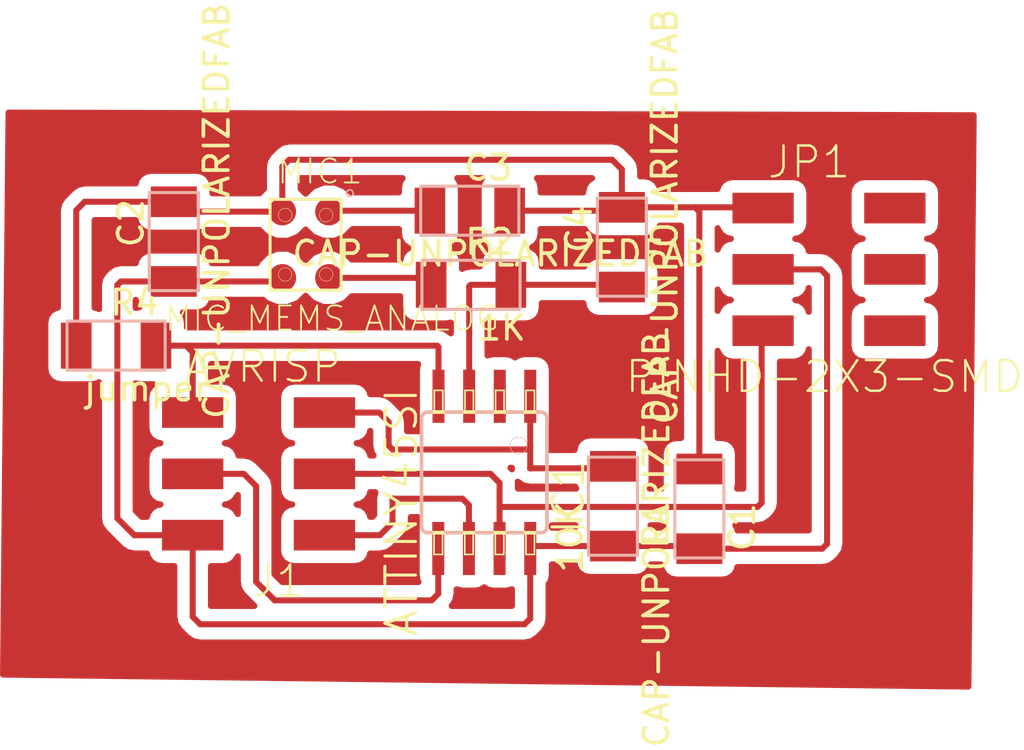
<source format=kicad_pcb>
(kicad_pcb (version 4) (host pcbnew 4.0.5)

  (general
    (links 25)
    (no_connects 1)
    (area 124.61 85.01819 167.215001 116.251809)
    (thickness 1.6)
    (drawings 0)
    (tracks 86)
    (zones 0)
    (modules 11)
    (nets 14)
  )

  (page A4)
  (layers
    (0 F.Cu signal)
    (31 B.Cu signal)
    (32 B.Adhes user)
    (33 F.Adhes user)
    (34 B.Paste user)
    (35 F.Paste user)
    (36 B.SilkS user)
    (37 F.SilkS user)
    (38 B.Mask user)
    (39 F.Mask user)
    (40 Dwgs.User user)
    (41 Cmts.User user)
    (42 Eco1.User user)
    (43 Eco2.User user)
    (44 Edge.Cuts user)
    (45 Margin user)
    (46 B.CrtYd user)
    (47 F.CrtYd user)
    (48 B.Fab user)
    (49 F.Fab user)
  )

  (setup
    (last_trace_width 0.25)
    (trace_clearance 0.2)
    (zone_clearance 0.508)
    (zone_45_only no)
    (trace_min 0.2)
    (segment_width 0.2)
    (edge_width 0.1)
    (via_size 0.6)
    (via_drill 0.4)
    (via_min_size 0.4)
    (via_min_drill 0.3)
    (uvia_size 0.3)
    (uvia_drill 0.1)
    (uvias_allowed no)
    (uvia_min_size 0.2)
    (uvia_min_drill 0.1)
    (pcb_text_width 0.3)
    (pcb_text_size 1.5 1.5)
    (mod_edge_width 0.15)
    (mod_text_size 1 1)
    (mod_text_width 0.15)
    (pad_size 1.5 1.5)
    (pad_drill 0.6)
    (pad_to_mask_clearance 0)
    (aux_axis_origin 0 0)
    (visible_elements FFFFFF7F)
    (pcbplotparams
      (layerselection 0x00030_80000001)
      (usegerberextensions false)
      (excludeedgelayer true)
      (linewidth 0.100000)
      (plotframeref false)
      (viasonmask false)
      (mode 1)
      (useauxorigin false)
      (hpglpennumber 1)
      (hpglpenspeed 20)
      (hpglpendiameter 15)
      (hpglpenoverlay 2)
      (psnegative false)
      (psa4output false)
      (plotreference true)
      (plotvalue true)
      (plotinvisibletext false)
      (padsonsilk false)
      (subtractmaskfromsilk false)
      (outputformat 1)
      (mirror false)
      (drillshape 1)
      (scaleselection 1)
      (outputdirectory ""))
  )

  (net 0 "")
  (net 1 Earth)
  (net 2 VCC)
  (net 3 "Net-(C3-Pad1)")
  (net 4 "Net-(C4-Pad1)")
  (net 5 "Net-(IC1-Pad1)")
  (net 6 "Net-(IC1-Pad2)")
  (net 7 "Net-(IC1-Pad5)")
  (net 8 "Net-(IC1-Pad6)")
  (net 9 "Net-(IC1-Pad7)")
  (net 10 "Net-(JP1-Pad2)")
  (net 11 "Net-(JP1-Pad4)")
  (net 12 "Net-(JP1-Pad6)")
  (net 13 "Net-(MIC1-Pad2)")

  (net_class Default "This is the default net class."
    (clearance 0.2)
    (trace_width 0.25)
    (via_dia 0.6)
    (via_drill 0.4)
    (uvia_dia 0.3)
    (uvia_drill 0.1)
    (add_net Earth)
    (add_net "Net-(C3-Pad1)")
    (add_net "Net-(C4-Pad1)")
    (add_net "Net-(IC1-Pad1)")
    (add_net "Net-(IC1-Pad2)")
    (add_net "Net-(IC1-Pad5)")
    (add_net "Net-(IC1-Pad6)")
    (add_net "Net-(IC1-Pad7)")
    (add_net "Net-(JP1-Pad2)")
    (add_net "Net-(JP1-Pad4)")
    (add_net "Net-(JP1-Pad6)")
    (add_net "Net-(MIC1-Pad2)")
    (add_net VCC)
  )

  (module fab:fab-C1206FAB (layer F.Cu) (tedit 200000) (tstamp 5942CD90)
    (at 153.58 106.17 270)
    (path /591EB953)
    (attr smd)
    (fp_text reference C1 (at 0.762 -1.778 270) (layer F.SilkS)
      (effects (font (size 1.016 1.016) (thickness 0.1524)))
    )
    (fp_text value CAP-UNPOLARIZEDFAB (at 1.27 1.778 270) (layer F.SilkS)
      (effects (font (size 1.016 1.016) (thickness 0.1524)))
    )
    (fp_line (start -2.032 -1.016) (end 2.032 -1.016) (layer B.SilkS) (width 0.127))
    (fp_line (start 2.032 -1.016) (end 2.032 1.016) (layer B.SilkS) (width 0.127))
    (fp_line (start 2.032 1.016) (end -2.032 1.016) (layer B.SilkS) (width 0.127))
    (fp_line (start -2.032 1.016) (end -2.032 -1.016) (layer B.SilkS) (width 0.127))
    (pad 1 smd rect (at -1.651 0 270) (size 1.27 1.905) (layers F.Cu F.Paste F.Mask)
      (net 1 Earth))
    (pad 2 smd rect (at 1.651 0 270) (size 1.27 1.905) (layers F.Cu F.Paste F.Mask)
      (net 2 VCC))
  )

  (module fab:fab-C1206FAB (layer F.Cu) (tedit 200000) (tstamp 5942CD9A)
    (at 131.81 95.1 90)
    (path /591EB8CE)
    (attr smd)
    (fp_text reference C2 (at 0.762 -1.778 90) (layer F.SilkS)
      (effects (font (size 1.016 1.016) (thickness 0.1524)))
    )
    (fp_text value CAP-UNPOLARIZEDFAB (at 1.27 1.778 90) (layer F.SilkS)
      (effects (font (size 1.016 1.016) (thickness 0.1524)))
    )
    (fp_line (start -2.032 -1.016) (end 2.032 -1.016) (layer B.SilkS) (width 0.127))
    (fp_line (start 2.032 -1.016) (end 2.032 1.016) (layer B.SilkS) (width 0.127))
    (fp_line (start 2.032 1.016) (end -2.032 1.016) (layer B.SilkS) (width 0.127))
    (fp_line (start -2.032 1.016) (end -2.032 -1.016) (layer B.SilkS) (width 0.127))
    (pad 1 smd rect (at -1.651 0 90) (size 1.27 1.905) (layers F.Cu F.Paste F.Mask)
      (net 2 VCC))
    (pad 2 smd rect (at 1.651 0 90) (size 1.27 1.905) (layers F.Cu F.Paste F.Mask)
      (net 1 Earth))
  )

  (module fab:fab-C1206FAB (layer F.Cu) (tedit 200000) (tstamp 5942CDA4)
    (at 144.07 93.82)
    (path /591EB914)
    (attr smd)
    (fp_text reference C3 (at 0.762 -1.778) (layer F.SilkS)
      (effects (font (size 1.016 1.016) (thickness 0.1524)))
    )
    (fp_text value CAP-UNPOLARIZEDFAB (at 1.27 1.778) (layer F.SilkS)
      (effects (font (size 1.016 1.016) (thickness 0.1524)))
    )
    (fp_line (start -2.032 -1.016) (end 2.032 -1.016) (layer B.SilkS) (width 0.127))
    (fp_line (start 2.032 -1.016) (end 2.032 1.016) (layer B.SilkS) (width 0.127))
    (fp_line (start 2.032 1.016) (end -2.032 1.016) (layer B.SilkS) (width 0.127))
    (fp_line (start -2.032 1.016) (end -2.032 -1.016) (layer B.SilkS) (width 0.127))
    (pad 1 smd rect (at -1.651 0) (size 1.27 1.905) (layers F.Cu F.Paste F.Mask)
      (net 3 "Net-(C3-Pad1)"))
    (pad 2 smd rect (at 1.651 0) (size 1.27 1.905) (layers F.Cu F.Paste F.Mask)
      (net 1 Earth))
  )

  (module fab:fab-C1206FAB (layer F.Cu) (tedit 200000) (tstamp 5942CDAE)
    (at 150.37 95.33 90)
    (path /591EB993)
    (attr smd)
    (fp_text reference C4 (at 0.762 -1.778 90) (layer F.SilkS)
      (effects (font (size 1.016 1.016) (thickness 0.1524)))
    )
    (fp_text value CAP-UNPOLARIZEDFAB (at 1.27 1.778 90) (layer F.SilkS)
      (effects (font (size 1.016 1.016) (thickness 0.1524)))
    )
    (fp_line (start -2.032 -1.016) (end 2.032 -1.016) (layer B.SilkS) (width 0.127))
    (fp_line (start 2.032 -1.016) (end 2.032 1.016) (layer B.SilkS) (width 0.127))
    (fp_line (start 2.032 1.016) (end -2.032 1.016) (layer B.SilkS) (width 0.127))
    (fp_line (start -2.032 1.016) (end -2.032 -1.016) (layer B.SilkS) (width 0.127))
    (pad 1 smd rect (at -1.651 0 90) (size 1.27 1.905) (layers F.Cu F.Paste F.Mask)
      (net 4 "Net-(C4-Pad1)"))
    (pad 2 smd rect (at 1.651 0 90) (size 1.27 1.905) (layers F.Cu F.Paste F.Mask)
      (net 1 Earth))
  )

  (module fab:fab-SOIC8 (layer F.Cu) (tedit 200000) (tstamp 5942CDED)
    (at 144.67 104.66 180)
    (descr "WIDE PLASTIC GULL WING SMALL OUTLINE PACKAGE")
    (tags "WIDE PLASTIC GULL WING SMALL OUTLINE PACKAGE")
    (path /591EB7FD)
    (attr smd)
    (fp_text reference IC1 (at -3.4925 -1.016 270) (layer F.SilkS)
      (effects (font (size 1.27 1.27) (thickness 0.127)))
    )
    (fp_text value ATTINY45SI (at 3.429 -1.651 270) (layer F.SilkS)
      (effects (font (size 1.27 1.27) (thickness 0.127)))
    )
    (fp_line (start -2.07772 -2.49936) (end -1.72974 -2.49936) (layer F.SilkS) (width 0.06604))
    (fp_line (start -1.72974 -2.49936) (end -1.72974 -3.39852) (layer F.SilkS) (width 0.06604))
    (fp_line (start -2.07772 -3.39852) (end -1.72974 -3.39852) (layer F.SilkS) (width 0.06604))
    (fp_line (start -2.07772 -2.49936) (end -2.07772 -3.39852) (layer F.SilkS) (width 0.06604))
    (fp_line (start -0.80772 -2.49936) (end -0.45974 -2.49936) (layer F.SilkS) (width 0.06604))
    (fp_line (start -0.45974 -2.49936) (end -0.45974 -3.39852) (layer F.SilkS) (width 0.06604))
    (fp_line (start -0.80772 -3.39852) (end -0.45974 -3.39852) (layer F.SilkS) (width 0.06604))
    (fp_line (start -0.80772 -2.49936) (end -0.80772 -3.39852) (layer F.SilkS) (width 0.06604))
    (fp_line (start 0.45974 -2.49936) (end 0.80772 -2.49936) (layer F.SilkS) (width 0.06604))
    (fp_line (start 0.80772 -2.49936) (end 0.80772 -3.39852) (layer F.SilkS) (width 0.06604))
    (fp_line (start 0.45974 -3.39852) (end 0.80772 -3.39852) (layer F.SilkS) (width 0.06604))
    (fp_line (start 0.45974 -2.49936) (end 0.45974 -3.39852) (layer F.SilkS) (width 0.06604))
    (fp_line (start 1.72974 -2.49936) (end 2.07772 -2.49936) (layer F.SilkS) (width 0.06604))
    (fp_line (start 2.07772 -2.49936) (end 2.07772 -3.39852) (layer F.SilkS) (width 0.06604))
    (fp_line (start 1.72974 -3.39852) (end 2.07772 -3.39852) (layer F.SilkS) (width 0.06604))
    (fp_line (start 1.72974 -2.49936) (end 1.72974 -3.39852) (layer F.SilkS) (width 0.06604))
    (fp_line (start 1.71958 3.39852) (end 2.06756 3.39852) (layer F.SilkS) (width 0.06604))
    (fp_line (start 2.06756 3.39852) (end 2.06756 2.49936) (layer F.SilkS) (width 0.06604))
    (fp_line (start 1.71958 2.49936) (end 2.06756 2.49936) (layer F.SilkS) (width 0.06604))
    (fp_line (start 1.71958 3.39852) (end 1.71958 2.49936) (layer F.SilkS) (width 0.06604))
    (fp_line (start 0.44958 3.39852) (end 0.79756 3.39852) (layer F.SilkS) (width 0.06604))
    (fp_line (start 0.79756 3.39852) (end 0.79756 2.49936) (layer F.SilkS) (width 0.06604))
    (fp_line (start 0.44958 2.49936) (end 0.79756 2.49936) (layer F.SilkS) (width 0.06604))
    (fp_line (start 0.44958 3.39852) (end 0.44958 2.49936) (layer F.SilkS) (width 0.06604))
    (fp_line (start -0.81788 3.39852) (end -0.4699 3.39852) (layer F.SilkS) (width 0.06604))
    (fp_line (start -0.4699 3.39852) (end -0.4699 2.49936) (layer F.SilkS) (width 0.06604))
    (fp_line (start -0.81788 2.49936) (end -0.4699 2.49936) (layer F.SilkS) (width 0.06604))
    (fp_line (start -0.81788 3.39852) (end -0.81788 2.49936) (layer F.SilkS) (width 0.06604))
    (fp_line (start -2.07772 3.39852) (end -1.72974 3.39852) (layer F.SilkS) (width 0.06604))
    (fp_line (start -1.72974 3.39852) (end -1.72974 2.49936) (layer F.SilkS) (width 0.06604))
    (fp_line (start -2.07772 2.49936) (end -1.72974 2.49936) (layer F.SilkS) (width 0.06604))
    (fp_line (start -2.07772 3.39852) (end -2.07772 2.49936) (layer F.SilkS) (width 0.06604))
    (fp_line (start 2.35966 2.49936) (end -2.33934 2.49936) (layer F.SilkS) (width 0.1524))
    (fp_line (start -2.33934 -2.49936) (end 2.35966 -2.49936) (layer F.SilkS) (width 0.1524))
    (fp_line (start -2.2098 -2.49936) (end -2.33934 -2.49936) (layer B.SilkS) (width 0.1524))
    (fp_line (start -1.5875 -2.49936) (end -0.94996 -2.49936) (layer B.SilkS) (width 0.1524))
    (fp_line (start -0.3175 -2.49936) (end 0.3175 -2.49936) (layer B.SilkS) (width 0.1524))
    (fp_line (start 0.94996 -2.49936) (end 1.5875 -2.49936) (layer B.SilkS) (width 0.1524))
    (fp_line (start 2.2098 -2.49936) (end 2.35966 -2.49936) (layer B.SilkS) (width 0.1524))
    (fp_line (start 2.19964 2.49936) (end 2.32918 2.49936) (layer B.SilkS) (width 0.1524))
    (fp_line (start 1.5875 2.49936) (end 0.9398 2.49936) (layer B.SilkS) (width 0.1524))
    (fp_line (start 0.3175 2.49936) (end -0.32766 2.49936) (layer B.SilkS) (width 0.1524))
    (fp_line (start -0.94996 2.49936) (end -1.5875 2.49936) (layer B.SilkS) (width 0.1524))
    (fp_line (start -2.2098 2.49936) (end -2.33934 2.49936) (layer B.SilkS) (width 0.1524))
    (fp_line (start -2.59842 -2.2479) (end -2.59842 2.23774) (layer B.SilkS) (width 0.1524))
    (fp_line (start 2.59842 2.2479) (end 2.59842 -2.2479) (layer B.SilkS) (width 0.1524))
    (fp_circle (center -1.41986 1.11252) (end -1.66878 1.36144) (layer B.SilkS) (width 0.0254))
    (fp_arc (start -2.3495 -2.2479) (end -2.59842 -2.2479) (angle 90) (layer B.SilkS) (width 0.1524))
    (fp_arc (start 2.3495 -2.2479) (end 2.3495 -2.49936) (angle 90) (layer B.SilkS) (width 0.1524))
    (fp_arc (start 2.3495 2.2479) (end 2.59842 2.2479) (angle 90) (layer B.SilkS) (width 0.1524))
    (fp_arc (start -2.3495 2.2479) (end -2.3495 2.49936) (angle 90) (layer B.SilkS) (width 0.1524))
    (pad 1 smd rect (at -1.905 3.15214 180) (size 0.49784 2.19964) (layers F.Cu F.Paste F.Mask)
      (net 5 "Net-(IC1-Pad1)"))
    (pad 2 smd rect (at -0.64262 3.15214 180) (size 0.49784 2.19964) (layers F.Cu F.Paste F.Mask)
      (net 6 "Net-(IC1-Pad2)"))
    (pad 3 smd rect (at 0.62484 3.15214 180) (size 0.49784 2.19964) (layers F.Cu F.Paste F.Mask)
      (net 4 "Net-(C4-Pad1)"))
    (pad 4 smd rect (at 1.89484 3.15214 180) (size 0.49784 2.19964) (layers F.Cu F.Paste F.Mask)
      (net 1 Earth))
    (pad 5 smd rect (at 1.905 -3.15214 180) (size 0.49784 2.19964) (layers F.Cu F.Paste F.Mask)
      (net 7 "Net-(IC1-Pad5)"))
    (pad 6 smd rect (at 0.635 -3.15214 180) (size 0.49784 2.19964) (layers F.Cu F.Paste F.Mask)
      (net 8 "Net-(IC1-Pad6)"))
    (pad 7 smd rect (at -0.635 -3.15214 180) (size 0.49784 2.19964) (layers F.Cu F.Paste F.Mask)
      (net 9 "Net-(IC1-Pad7)"))
    (pad 8 smd rect (at -1.905 -3.15214 180) (size 0.49784 2.19964) (layers F.Cu F.Paste F.Mask)
      (net 2 VCC))
  )

  (module fab:fab-2X03SMD (layer F.Cu) (tedit 200000) (tstamp 5942CDF7)
    (at 135.51 104.72 180)
    (path /591EB890)
    (attr smd)
    (fp_text reference J1 (at -0.635 -4.445 180) (layer F.SilkS)
      (effects (font (size 1.27 1.27) (thickness 0.1016)))
    )
    (fp_text value AVRISP (at 0 4.445 180) (layer F.SilkS)
      (effects (font (size 1.27 1.27) (thickness 0.1016)))
    )
    (pad 1 smd rect (at -2.54 -2.54 180) (size 2.54 1.27) (layers F.Cu F.Paste F.Mask)
      (net 8 "Net-(IC1-Pad6)"))
    (pad 2 smd rect (at 2.91846 -2.54 180) (size 2.54 1.27) (layers F.Cu F.Paste F.Mask)
      (net 2 VCC))
    (pad 3 smd rect (at -2.54 0 180) (size 2.54 1.27) (layers F.Cu F.Paste F.Mask)
      (net 9 "Net-(IC1-Pad7)"))
    (pad 4 smd rect (at 2.91846 0 180) (size 2.54 1.27) (layers F.Cu F.Paste F.Mask)
      (net 7 "Net-(IC1-Pad5)"))
    (pad 5 smd rect (at -2.54 2.54 180) (size 2.54 1.27) (layers F.Cu F.Paste F.Mask)
      (net 5 "Net-(IC1-Pad1)"))
    (pad 6 smd rect (at 2.91846 2.54 180) (size 2.54 1.27) (layers F.Cu F.Paste F.Mask)
      (net 1 Earth))
  )

  (module fab:fab-2X03SMD (layer F.Cu) (tedit 200000) (tstamp 5942CE01)
    (at 158.76 96.25)
    (path /5942CBE9)
    (attr smd)
    (fp_text reference JP1 (at -0.635 -4.445) (layer F.SilkS)
      (effects (font (size 1.27 1.27) (thickness 0.1016)))
    )
    (fp_text value PINHD-2X3-SMD (at 0 4.445) (layer F.SilkS)
      (effects (font (size 1.27 1.27) (thickness 0.1016)))
    )
    (pad 1 smd rect (at -2.54 -2.54) (size 2.54 1.27) (layers F.Cu F.Paste F.Mask)
      (net 1 Earth))
    (pad 2 smd rect (at 2.91846 -2.54) (size 2.54 1.27) (layers F.Cu F.Paste F.Mask)
      (net 10 "Net-(JP1-Pad2)"))
    (pad 3 smd rect (at -2.54 0) (size 2.54 1.27) (layers F.Cu F.Paste F.Mask)
      (net 2 VCC))
    (pad 4 smd rect (at 2.91846 0) (size 2.54 1.27) (layers F.Cu F.Paste F.Mask)
      (net 11 "Net-(JP1-Pad4)"))
    (pad 5 smd rect (at -2.54 2.54) (size 2.54 1.27) (layers F.Cu F.Paste F.Mask)
      (net 9 "Net-(IC1-Pad7)"))
    (pad 6 smd rect (at 2.91846 2.54) (size 2.54 1.27) (layers F.Cu F.Paste F.Mask)
      (net 12 "Net-(JP1-Pad6)"))
  )

  (module fab:fab-MIC_MEMS_ANALOG_SPU0414HR5H (layer F.Cu) (tedit 200000) (tstamp 5942CE12)
    (at 137.27 95.23)
    (descr HTTP://WWW.DIGIKEY.COM/PRODUCT-SEARCH/EN?KEYWORDS=423-1134-1-ND%09)
    (tags HTTP://WWW.DIGIKEY.COM/PRODUCT-SEARCH/EN?KEYWORDS=423-1134-1-ND%09)
    (path /591EB84A)
    (attr smd)
    (fp_text reference MIC1 (at 0.59436 -3.03784) (layer F.SilkS)
      (effects (font (size 0.99822 0.99822) (thickness 0.0762)))
    )
    (fp_text value MIC_MEMS_ANALOG (at 1.09474 3.05562) (layer F.SilkS)
      (effects (font (size 0.99822 0.99822) (thickness 0.0762)))
    )
    (fp_line (start -1.4732 -1.8796) (end 1.4732 -1.8796) (layer F.SilkS) (width 0.127))
    (fp_line (start 1.4732 -1.8796) (end 1.4732 1.8796) (layer F.SilkS) (width 0.127))
    (fp_line (start 1.4732 1.8796) (end -1.4732 1.8796) (layer F.SilkS) (width 0.127))
    (fp_line (start -1.4732 1.8796) (end -1.4732 -1.8796) (layer F.SilkS) (width 0.127))
    (fp_circle (center 1.8288 -2.1336) (end 1.92786 -2.23266) (layer B.SilkS) (width 0.0635))
    (fp_circle (center 0.84836 -1.22936) (end 1.04648 -1.42748) (layer F.SilkS) (width 0.01778))
    (fp_circle (center -0.84836 -1.22936) (end -1.04648 -1.42748) (layer F.SilkS) (width 0.01778))
    (fp_circle (center -0.84836 1.22936) (end -1.04648 1.42748) (layer F.SilkS) (width 0.01778))
    (fp_circle (center 0.84836 1.22936) (end 1.04648 1.42748) (layer F.SilkS) (width 0.01778))
    (pad 1 smd circle (at 0.9652 -1.3716) (size 1.143 1.143) (layers F.Cu F.Paste F.Mask)
      (net 3 "Net-(C3-Pad1)"))
    (pad 2 smd circle (at 0.9652 1.3716) (size 1.143 1.143) (layers F.Cu F.Paste F.Mask)
      (net 13 "Net-(MIC1-Pad2)"))
    (pad 3 smd circle (at -0.9652 1.3716) (size 1.143 1.143) (layers F.Cu F.Paste F.Mask)
      (net 2 VCC))
    (pad 4 smd circle (at -0.9652 -1.3716) (size 1.143 1.143) (layers F.Cu F.Paste F.Mask)
      (net 1 Earth))
  )

  (module fab:fab-R1206FAB (layer F.Cu) (tedit 200000) (tstamp 5942CE1C)
    (at 150 106.06 270)
    (path /591EBAB7)
    (attr smd)
    (fp_text reference R1 (at 0.762 -1.778 270) (layer F.SilkS)
      (effects (font (size 1.016 1.016) (thickness 0.1524)))
    )
    (fp_text value 10K (at 1.27 1.778 270) (layer F.SilkS)
      (effects (font (size 1.016 1.016) (thickness 0.1524)))
    )
    (fp_line (start -2.032 -1.016) (end 2.032 -1.016) (layer B.SilkS) (width 0.127))
    (fp_line (start 2.032 -1.016) (end 2.032 1.016) (layer B.SilkS) (width 0.127))
    (fp_line (start 2.032 1.016) (end -2.032 1.016) (layer B.SilkS) (width 0.127))
    (fp_line (start -2.032 1.016) (end -2.032 -1.016) (layer B.SilkS) (width 0.127))
    (pad 1 smd rect (at -1.651 0 270) (size 1.27 1.905) (layers F.Cu F.Paste F.Mask)
      (net 5 "Net-(IC1-Pad1)"))
    (pad 2 smd rect (at 1.651 0 270) (size 1.27 1.905) (layers F.Cu F.Paste F.Mask)
      (net 2 VCC))
  )

  (module fab:fab-R1206FAB (layer F.Cu) (tedit 200000) (tstamp 5942CE26)
    (at 144.12 96.89)
    (path /591EBA61)
    (attr smd)
    (fp_text reference R2 (at 0.762 -1.778) (layer F.SilkS)
      (effects (font (size 1.016 1.016) (thickness 0.1524)))
    )
    (fp_text value 1K (at 1.27 1.778) (layer F.SilkS)
      (effects (font (size 1.016 1.016) (thickness 0.1524)))
    )
    (fp_line (start -2.032 -1.016) (end 2.032 -1.016) (layer B.SilkS) (width 0.127))
    (fp_line (start 2.032 -1.016) (end 2.032 1.016) (layer B.SilkS) (width 0.127))
    (fp_line (start 2.032 1.016) (end -2.032 1.016) (layer B.SilkS) (width 0.127))
    (fp_line (start -2.032 1.016) (end -2.032 -1.016) (layer B.SilkS) (width 0.127))
    (pad 1 smd rect (at -1.651 0) (size 1.27 1.905) (layers F.Cu F.Paste F.Mask)
      (net 13 "Net-(MIC1-Pad2)"))
    (pad 2 smd rect (at 1.651 0) (size 1.27 1.905) (layers F.Cu F.Paste F.Mask)
      (net 4 "Net-(C4-Pad1)"))
  )

  (module fab:fab-R1206FAB (layer F.Cu) (tedit 200000) (tstamp 5942CE30)
    (at 129.42 99.41)
    (path /59333CB3)
    (attr smd)
    (fp_text reference R4 (at 0.762 -1.778) (layer F.SilkS)
      (effects (font (size 1.016 1.016) (thickness 0.1524)))
    )
    (fp_text value jumper (at 1.27 1.778) (layer F.SilkS)
      (effects (font (size 1.016 1.016) (thickness 0.1524)))
    )
    (fp_line (start -2.032 -1.016) (end 2.032 -1.016) (layer B.SilkS) (width 0.127))
    (fp_line (start 2.032 -1.016) (end 2.032 1.016) (layer B.SilkS) (width 0.127))
    (fp_line (start 2.032 1.016) (end -2.032 1.016) (layer B.SilkS) (width 0.127))
    (fp_line (start -2.032 1.016) (end -2.032 -1.016) (layer B.SilkS) (width 0.127))
    (pad 1 smd rect (at -1.651 0) (size 1.27 1.905) (layers F.Cu F.Paste F.Mask)
      (net 1 Earth))
    (pad 2 smd rect (at 1.651 0) (size 1.27 1.905) (layers F.Cu F.Paste F.Mask)
      (net 1 Earth))
  )

  (segment (start 153.58 104.519) (end 153.58 93.86) (width 0.25) (layer F.Cu) (net 1) (status 400000))
  (segment (start 153.58 93.86) (end 153.399 93.679) (width 0.25) (layer F.Cu) (net 1) (tstamp 5942E006))
  (segment (start 150.37 93.679) (end 153.399 93.679) (width 0.25) (layer F.Cu) (net 1) (status 400000))
  (segment (start 153.399 93.679) (end 156.189 93.679) (width 0.25) (layer F.Cu) (net 1) (tstamp 5942E009) (status 800000))
  (segment (start 156.189 93.679) (end 156.22 93.71) (width 0.25) (layer F.Cu) (net 1) (tstamp 5942E003) (status C00000))
  (segment (start 132.32 99.41) (end 142.72 99.41) (width 0.25) (layer F.Cu) (net 1))
  (segment (start 142.77516 99.46516) (end 142.77516 101.50786) (width 0.25) (layer F.Cu) (net 1) (tstamp 5942D932))
  (segment (start 142.72 99.41) (end 142.77516 99.46516) (width 0.25) (layer F.Cu) (net 1) (tstamp 5942D931))
  (segment (start 131.071 99.41) (end 132.32 99.41) (width 0.25) (layer F.Cu) (net 1))
  (segment (start 132.59154 99.68154) (end 132.59154 102.18) (width 0.25) (layer F.Cu) (net 1) (tstamp 5942D8EC))
  (segment (start 132.32 99.41) (end 132.59154 99.68154) (width 0.25) (layer F.Cu) (net 1) (tstamp 5942D8EB))
  (segment (start 131.81 93.449) (end 128.121 93.449) (width 0.25) (layer F.Cu) (net 1))
  (segment (start 127.769 93.801) (end 127.769 99.41) (width 0.25) (layer F.Cu) (net 1) (tstamp 5942D8E3))
  (segment (start 128.121 93.449) (end 127.769 93.801) (width 0.25) (layer F.Cu) (net 1) (tstamp 5942D8E2))
  (segment (start 136.3048 93.8584) (end 136.3048 91.9952) (width 0.25) (layer F.Cu) (net 1))
  (segment (start 150.37 92.11) (end 150.37 93.679) (width 0.25) (layer F.Cu) (net 1) (tstamp 5942D1EA))
  (segment (start 149.97 91.71) (end 150.37 92.11) (width 0.25) (layer F.Cu) (net 1) (tstamp 5942D1E9))
  (segment (start 136.59 91.71) (end 149.97 91.71) (width 0.25) (layer F.Cu) (net 1) (tstamp 5942D1E8))
  (segment (start 136.3048 91.9952) (end 136.59 91.71) (width 0.25) (layer F.Cu) (net 1) (tstamp 5942D1E7))
  (segment (start 145.721 93.82) (end 150.229 93.82) (width 0.25) (layer F.Cu) (net 1))
  (segment (start 150.229 93.82) (end 150.37 93.679) (width 0.25) (layer F.Cu) (net 1) (tstamp 5942D1E2))
  (segment (start 136.3048 93.8584) (end 132.2194 93.8584) (width 0.25) (layer F.Cu) (net 1))
  (segment (start 132.2194 93.8584) (end 131.81 93.449) (width 0.25) (layer F.Cu) (net 1) (tstamp 5942D1D1))
  (segment (start 153.58 107.821) (end 158.671 107.821) (width 0.25) (layer F.Cu) (net 2) (status 400000))
  (segment (start 158.61 96.25) (end 156.22 96.25) (width 0.25) (layer F.Cu) (net 2) (tstamp 5942E00E) (status 800000))
  (segment (start 158.87 96.51) (end 158.61 96.25) (width 0.25) (layer F.Cu) (net 2) (tstamp 5942E00D))
  (segment (start 158.87 107.622) (end 158.87 96.51) (width 0.25) (layer F.Cu) (net 2) (tstamp 5942E00C))
  (segment (start 158.671 107.821) (end 158.87 107.622) (width 0.25) (layer F.Cu) (net 2) (tstamp 5942E00B))
  (segment (start 131.81 96.751) (end 136.1554 96.751) (width 0.25) (layer F.Cu) (net 2))
  (segment (start 136.1554 96.751) (end 136.3048 96.6016) (width 0.25) (layer F.Cu) (net 2) (tstamp 5942D1CD))
  (segment (start 132.59154 107.26) (end 130.17 107.26) (width 0.25) (layer F.Cu) (net 2))
  (segment (start 129.619 96.751) (end 131.81 96.751) (width 0.25) (layer F.Cu) (net 2) (tstamp 5942D1C4))
  (segment (start 129.47 96.9) (end 129.619 96.751) (width 0.25) (layer F.Cu) (net 2) (tstamp 5942D1C3))
  (segment (start 129.47 106.56) (end 129.47 96.9) (width 0.25) (layer F.Cu) (net 2) (tstamp 5942D1C2))
  (segment (start 130.17 107.26) (end 129.47 106.56) (width 0.25) (layer F.Cu) (net 2) (tstamp 5942D1C1))
  (segment (start 150 107.711) (end 146.67614 107.711) (width 0.25) (layer F.Cu) (net 2))
  (segment (start 146.67614 107.711) (end 146.575 107.81214) (width 0.25) (layer F.Cu) (net 2) (tstamp 5942D1BE))
  (segment (start 150 107.711) (end 153.47 107.711) (width 0.25) (layer F.Cu) (net 2))
  (segment (start 153.47 107.711) (end 153.58 107.821) (width 0.25) (layer F.Cu) (net 2) (tstamp 5942D1BB))
  (segment (start 132.59154 107.26) (end 132.59154 110.64154) (width 0.25) (layer F.Cu) (net 2))
  (segment (start 146.575 110.715) (end 146.575 107.81214) (width 0.25) (layer F.Cu) (net 2) (tstamp 5942D1B3))
  (segment (start 146.34 110.95) (end 146.575 110.715) (width 0.25) (layer F.Cu) (net 2) (tstamp 5942D1B2))
  (segment (start 132.9 110.95) (end 146.34 110.95) (width 0.25) (layer F.Cu) (net 2) (tstamp 5942D1B1))
  (segment (start 132.59154 110.64154) (end 132.9 110.95) (width 0.25) (layer F.Cu) (net 2) (tstamp 5942D1B0))
  (segment (start 142.419 93.82) (end 138.2736 93.82) (width 0.25) (layer F.Cu) (net 3))
  (segment (start 138.2736 93.82) (end 138.2352 93.8584) (width 0.25) (layer F.Cu) (net 3) (tstamp 5942D1D4))
  (segment (start 144.04516 101.50786) (end 144.04516 96.95484) (width 0.25) (layer F.Cu) (net 4))
  (segment (start 144.11 96.89) (end 145.771 96.89) (width 0.25) (layer F.Cu) (net 4) (tstamp 5942D936))
  (segment (start 144.04516 96.95484) (end 144.11 96.89) (width 0.25) (layer F.Cu) (net 4) (tstamp 5942D935))
  (segment (start 145.771 96.89) (end 150.279 96.89) (width 0.25) (layer F.Cu) (net 4))
  (segment (start 150.279 96.89) (end 150.37 96.981) (width 0.25) (layer F.Cu) (net 4) (tstamp 5942D1C7))
  (segment (start 146.575 103.575) (end 146.575 104.495) (width 0.25) (layer F.Cu) (net 5))
  (segment (start 146.57 104.49) (end 149.919 104.49) (width 0.25) (layer F.Cu) (net 5) (tstamp 5942D92D))
  (segment (start 146.575 104.495) (end 146.57 104.49) (width 0.25) (layer F.Cu) (net 5) (tstamp 5942D92C))
  (segment (start 149.919 104.49) (end 150 104.409) (width 0.25) (layer F.Cu) (net 5) (tstamp 5942D92E))
  (segment (start 138.05 102.18) (end 140.32 102.18) (width 0.25) (layer F.Cu) (net 5))
  (segment (start 146.575 103.575) (end 146.575 101.50786) (width 0.25) (layer F.Cu) (net 5) (tstamp 5942D929))
  (segment (start 146.44 103.71) (end 146.575 103.575) (width 0.25) (layer F.Cu) (net 5) (tstamp 5942D928))
  (segment (start 140.87 103.71) (end 146.44 103.71) (width 0.25) (layer F.Cu) (net 5) (tstamp 5942D927))
  (segment (start 140.71 103.55) (end 140.87 103.71) (width 0.25) (layer F.Cu) (net 5) (tstamp 5942D926))
  (segment (start 140.71 102.57) (end 140.71 103.55) (width 0.25) (layer F.Cu) (net 5) (tstamp 5942D925))
  (segment (start 140.32 102.18) (end 140.71 102.57) (width 0.25) (layer F.Cu) (net 5) (tstamp 5942D924))
  (segment (start 132.59154 104.72) (end 134.71 104.72) (width 0.25) (layer F.Cu) (net 7))
  (segment (start 142.765 109.685) (end 142.765 107.81214) (width 0.25) (layer F.Cu) (net 7) (tstamp 5942D917))
  (segment (start 142.49 109.96) (end 142.765 109.685) (width 0.25) (layer F.Cu) (net 7) (tstamp 5942D916))
  (segment (start 135.99 109.96) (end 142.49 109.96) (width 0.25) (layer F.Cu) (net 7) (tstamp 5942D915))
  (segment (start 135.22 109.19) (end 135.99 109.96) (width 0.25) (layer F.Cu) (net 7) (tstamp 5942D914))
  (segment (start 135.22 105.23) (end 135.22 109.19) (width 0.25) (layer F.Cu) (net 7) (tstamp 5942D913))
  (segment (start 134.71 104.72) (end 135.22 105.23) (width 0.25) (layer F.Cu) (net 7) (tstamp 5942D912))
  (segment (start 138.05 107.26) (end 140.35 107.26) (width 0.25) (layer F.Cu) (net 8))
  (segment (start 144.035 106.015) (end 144.035 107.81214) (width 0.25) (layer F.Cu) (net 8) (tstamp 5942D921))
  (segment (start 143.77 105.75) (end 144.035 106.015) (width 0.25) (layer F.Cu) (net 8) (tstamp 5942D920))
  (segment (start 140.88 105.75) (end 143.77 105.75) (width 0.25) (layer F.Cu) (net 8) (tstamp 5942D91F))
  (segment (start 140.87 105.74) (end 140.88 105.75) (width 0.25) (layer F.Cu) (net 8) (tstamp 5942D91E))
  (segment (start 140.87 106.74) (end 140.87 105.74) (width 0.25) (layer F.Cu) (net 8) (tstamp 5942D91D))
  (segment (start 140.35 107.26) (end 140.87 106.74) (width 0.25) (layer F.Cu) (net 8) (tstamp 5942D91C))
  (segment (start 156.16 98.85) (end 156.16 105.92) (width 0.25) (layer F.Cu) (net 9) (status 400000))
  (segment (start 155.99 106.09) (end 156.16 105.92) (width 0.25) (layer F.Cu) (net 9) (tstamp 5942D93C))
  (segment (start 155.99 106.09) (end 145.305 106.09) (width 0.25) (layer F.Cu) (net 9))
  (segment (start 156.16 98.85) (end 156.22 98.79) (width 0.25) (layer F.Cu) (net 9) (tstamp 5942E000) (status C00000))
  (segment (start 138.05 104.72) (end 144.93 104.72) (width 0.25) (layer F.Cu) (net 9))
  (segment (start 145.305 105.095) (end 145.305 106.09) (width 0.25) (layer F.Cu) (net 9) (tstamp 5942D902))
  (segment (start 144.93 104.72) (end 145.305 105.095) (width 0.25) (layer F.Cu) (net 9) (tstamp 5942D901))
  (segment (start 145.305 106.09) (end 145.305 107.81214) (width 0.25) (layer F.Cu) (net 9) (tstamp 5942D93A) (status 2))
  (segment (start 138.2352 96.6016) (end 142.1806 96.6016) (width 0.25) (layer F.Cu) (net 13))
  (segment (start 142.1806 96.6016) (end 142.469 96.89) (width 0.25) (layer F.Cu) (net 13) (tstamp 5942D1CA))

  (zone (net 0) (net_name "") (layer F.Cu) (tstamp 5942E011) (hatch edge 0.508)
    (connect_pads (clearance 0.508))
    (min_thickness 0.254)
    (fill yes (arc_segments 16) (thermal_gap 0.508) (thermal_bridge_width 0.508))
    (polygon
      (pts
        (xy 124.84 89.63) (xy 165.07 89.74) (xy 164.85 113.66) (xy 124.61 113.16)
      )
    )
    (filled_polygon
      (pts
        (xy 164.941829 89.86665) (xy 164.724177 113.531427) (xy 124.738232 113.034584) (xy 124.880719 98.4575) (xy 126.48656 98.4575)
        (xy 126.48656 100.3625) (xy 126.530838 100.597817) (xy 126.66991 100.813941) (xy 126.88211 100.958931) (xy 127.134 101.00994)
        (xy 128.404 101.00994) (xy 128.639317 100.965662) (xy 128.71 100.920179) (xy 128.71 106.56) (xy 128.767852 106.850839)
        (xy 128.932599 107.097401) (xy 129.632598 107.797401) (xy 129.667917 107.821) (xy 129.879161 107.962148) (xy 130.17 108.02)
        (xy 130.69762 108.02) (xy 130.718378 108.130317) (xy 130.85745 108.346441) (xy 131.06965 108.491431) (xy 131.32154 108.54244)
        (xy 131.83154 108.54244) (xy 131.83154 110.64154) (xy 131.889392 110.932379) (xy 132.054139 111.178941) (xy 132.362599 111.487401)
        (xy 132.60916 111.652148) (xy 132.9 111.71) (xy 146.34 111.71) (xy 146.630839 111.652148) (xy 146.877401 111.487401)
        (xy 147.112401 111.252401) (xy 147.277148 111.00584) (xy 147.335 110.715) (xy 147.335 109.288765) (xy 147.420351 109.16385)
        (xy 147.47136 108.91196) (xy 147.47136 108.471) (xy 148.42358 108.471) (xy 148.444338 108.581317) (xy 148.58341 108.797441)
        (xy 148.79561 108.942431) (xy 149.0475 108.99344) (xy 150.9525 108.99344) (xy 151.187817 108.949162) (xy 151.403941 108.81009)
        (xy 151.548931 108.59789) (xy 151.574627 108.471) (xy 151.982882 108.471) (xy 152.024338 108.691317) (xy 152.16341 108.907441)
        (xy 152.37561 109.052431) (xy 152.6275 109.10344) (xy 154.5325 109.10344) (xy 154.767817 109.059162) (xy 154.983941 108.92009)
        (xy 155.128931 108.70789) (xy 155.154627 108.581) (xy 158.671 108.581) (xy 158.961839 108.523148) (xy 159.208401 108.358401)
        (xy 159.407401 108.159402) (xy 159.539201 107.962148) (xy 159.572148 107.912839) (xy 159.63 107.622) (xy 159.63 96.51)
        (xy 159.572148 96.219161) (xy 159.407401 95.972599) (xy 159.147401 95.712599) (xy 158.900839 95.547852) (xy 158.61 95.49)
        (xy 158.11392 95.49) (xy 158.093162 95.379683) (xy 157.95409 95.163559) (xy 157.74189 95.018569) (xy 157.553686 94.980457)
        (xy 157.725317 94.948162) (xy 157.941441 94.80909) (xy 158.086431 94.59689) (xy 158.13744 94.345) (xy 158.13744 93.075)
        (xy 159.76102 93.075) (xy 159.76102 94.345) (xy 159.805298 94.580317) (xy 159.94437 94.796441) (xy 160.15657 94.941431)
        (xy 160.344774 94.979543) (xy 160.173143 95.011838) (xy 159.957019 95.15091) (xy 159.812029 95.36311) (xy 159.76102 95.615)
        (xy 159.76102 96.885) (xy 159.805298 97.120317) (xy 159.94437 97.336441) (xy 160.15657 97.481431) (xy 160.344774 97.519543)
        (xy 160.173143 97.551838) (xy 159.957019 97.69091) (xy 159.812029 97.90311) (xy 159.76102 98.155) (xy 159.76102 99.425)
        (xy 159.805298 99.660317) (xy 159.94437 99.876441) (xy 160.15657 100.021431) (xy 160.40846 100.07244) (xy 162.94846 100.07244)
        (xy 163.183777 100.028162) (xy 163.399901 99.88909) (xy 163.544891 99.67689) (xy 163.5959 99.425) (xy 163.5959 98.155)
        (xy 163.551622 97.919683) (xy 163.41255 97.703559) (xy 163.20035 97.558569) (xy 163.012146 97.520457) (xy 163.183777 97.488162)
        (xy 163.399901 97.34909) (xy 163.544891 97.13689) (xy 163.5959 96.885) (xy 163.5959 95.615) (xy 163.551622 95.379683)
        (xy 163.41255 95.163559) (xy 163.20035 95.018569) (xy 163.012146 94.980457) (xy 163.183777 94.948162) (xy 163.399901 94.80909)
        (xy 163.544891 94.59689) (xy 163.5959 94.345) (xy 163.5959 93.075) (xy 163.551622 92.839683) (xy 163.41255 92.623559)
        (xy 163.20035 92.478569) (xy 162.94846 92.42756) (xy 160.40846 92.42756) (xy 160.173143 92.471838) (xy 159.957019 92.61091)
        (xy 159.812029 92.82311) (xy 159.76102 93.075) (xy 158.13744 93.075) (xy 158.093162 92.839683) (xy 157.95409 92.623559)
        (xy 157.74189 92.478569) (xy 157.49 92.42756) (xy 154.95 92.42756) (xy 154.714683 92.471838) (xy 154.498559 92.61091)
        (xy 154.353569 92.82311) (xy 154.334151 92.919) (xy 151.94642 92.919) (xy 151.925662 92.808683) (xy 151.78659 92.592559)
        (xy 151.57439 92.447569) (xy 151.3225 92.39656) (xy 151.13 92.39656) (xy 151.13 92.11) (xy 151.072148 91.819161)
        (xy 151.072148 91.81916) (xy 150.907401 91.572599) (xy 150.507401 91.172599) (xy 150.260839 91.007852) (xy 149.97 90.95)
        (xy 136.59 90.95) (xy 136.299161 91.007852) (xy 136.052599 91.172599) (xy 135.767399 91.457799) (xy 135.602652 91.704361)
        (xy 135.5448 91.9952) (xy 135.5448 92.912312) (xy 135.358387 93.0984) (xy 133.40994 93.0984) (xy 133.40994 92.814)
        (xy 133.365662 92.578683) (xy 133.22659 92.362559) (xy 133.01439 92.217569) (xy 132.7625 92.16656) (xy 130.8575 92.16656)
        (xy 130.622183 92.210838) (xy 130.406059 92.34991) (xy 130.261069 92.56211) (xy 130.235373 92.689) (xy 128.121 92.689)
        (xy 127.83016 92.746852) (xy 127.583599 92.911599) (xy 127.231599 93.263599) (xy 127.066852 93.510161) (xy 127.009 93.801)
        (xy 127.009 97.83358) (xy 126.898683 97.854338) (xy 126.682559 97.99341) (xy 126.537569 98.20561) (xy 126.48656 98.4575)
        (xy 124.880719 98.4575) (xy 124.965761 89.757345)
      )
    )
    (filled_polygon
      (pts
        (xy 134.46 109.19) (xy 134.517852 109.480839) (xy 134.682599 109.727401) (xy 135.145198 110.19) (xy 133.35154 110.19)
        (xy 133.35154 108.54244) (xy 133.86154 108.54244) (xy 134.096857 108.498162) (xy 134.312981 108.35909) (xy 134.457971 108.14689)
        (xy 134.46 108.13687)
      )
    )
    (filled_polygon
      (pts
        (xy 144.80419 109.508391) (xy 145.05608 109.5594) (xy 145.55392 109.5594) (xy 145.789237 109.515122) (xy 145.815 109.498544)
        (xy 145.815 110.19) (xy 143.324051 110.19) (xy 143.467148 109.975839) (xy 143.525 109.685) (xy 143.525 109.502112)
        (xy 143.53419 109.508391) (xy 143.78608 109.5594) (xy 144.28392 109.5594) (xy 144.519237 109.515122) (xy 144.67106 109.417427)
      )
    )
    (filled_polygon
      (pts
        (xy 141.8788 100.40804) (xy 141.8788 102.60768) (xy 141.923078 102.842997) (xy 141.991933 102.95) (xy 141.47 102.95)
        (xy 141.47 102.57) (xy 141.412148 102.27916) (xy 141.247401 102.032599) (xy 140.857401 101.642599) (xy 140.610839 101.477852)
        (xy 140.32 101.42) (xy 139.94392 101.42) (xy 139.923162 101.309683) (xy 139.78409 101.093559) (xy 139.57189 100.948569)
        (xy 139.32 100.89756) (xy 136.78 100.89756) (xy 136.544683 100.941838) (xy 136.328559 101.08091) (xy 136.183569 101.29311)
        (xy 136.13256 101.545) (xy 136.13256 102.815) (xy 136.176838 103.050317) (xy 136.31591 103.266441) (xy 136.52811 103.411431)
        (xy 136.716314 103.449543) (xy 136.544683 103.481838) (xy 136.328559 103.62091) (xy 136.183569 103.83311) (xy 136.13256 104.085)
        (xy 136.13256 105.355) (xy 136.176838 105.590317) (xy 136.31591 105.806441) (xy 136.52811 105.951431) (xy 136.716314 105.989543)
        (xy 136.544683 106.021838) (xy 136.328559 106.16091) (xy 136.183569 106.37311) (xy 136.13256 106.625) (xy 136.13256 107.895)
        (xy 136.176838 108.130317) (xy 136.31591 108.346441) (xy 136.52811 108.491431) (xy 136.78 108.54244) (xy 139.32 108.54244)
        (xy 139.555317 108.498162) (xy 139.771441 108.35909) (xy 139.916431 108.14689) (xy 139.942127 108.02) (xy 140.35 108.02)
        (xy 140.640839 107.962148) (xy 140.887401 107.797401) (xy 141.407401 107.277401) (xy 141.572148 107.030839) (xy 141.63 106.74)
        (xy 141.63 106.51) (xy 141.909611 106.51) (xy 141.86864 106.71232) (xy 141.86864 108.91196) (xy 141.912918 109.147277)
        (xy 141.946844 109.2) (xy 136.304802 109.2) (xy 135.98 108.875198) (xy 135.98 105.23) (xy 135.922148 104.939161)
        (xy 135.757401 104.692599) (xy 135.247401 104.182599) (xy 135.000839 104.017852) (xy 134.71 103.96) (xy 134.48546 103.96)
        (xy 134.464702 103.849683) (xy 134.32563 103.633559) (xy 134.11343 103.488569) (xy 133.925226 103.450457) (xy 134.096857 103.418162)
        (xy 134.312981 103.27909) (xy 134.457971 103.06689) (xy 134.50898 102.815) (xy 134.50898 101.545) (xy 134.464702 101.309683)
        (xy 134.32563 101.093559) (xy 134.11343 100.948569) (xy 133.86154 100.89756) (xy 133.35154 100.89756) (xy 133.35154 100.17)
        (xy 141.927004 100.17)
      )
    )
    (filled_polygon
      (pts
        (xy 158.11 107.061) (xy 155.15642 107.061) (xy 155.135662 106.950683) (xy 155.070874 106.85) (xy 155.99 106.85)
        (xy 156.280839 106.792148) (xy 156.527401 106.627401) (xy 156.697401 106.457401) (xy 156.862148 106.21084) (xy 156.92 105.92)
        (xy 156.92 100.07244) (xy 157.49 100.07244) (xy 157.725317 100.028162) (xy 157.941441 99.88909) (xy 158.086431 99.67689)
        (xy 158.11 99.560503)
      )
    )
    (filled_polygon
      (pts
        (xy 152.031069 106.93411) (xy 152.027649 106.951) (xy 151.57642 106.951) (xy 151.557415 106.85) (xy 152.088539 106.85)
      )
    )
    (filled_polygon
      (pts
        (xy 148.425373 106.951) (xy 147.47136 106.951) (xy 147.47136 106.85) (xy 148.445826 106.85)
      )
    )
    (filled_polygon
      (pts
        (xy 140.11 105.74) (xy 140.11 106.425198) (xy 140.035198 106.5) (xy 139.94392 106.5) (xy 139.923162 106.389683)
        (xy 139.78409 106.173559) (xy 139.57189 106.028569) (xy 139.383686 105.990457) (xy 139.555317 105.958162) (xy 139.771441 105.81909)
        (xy 139.916431 105.60689) (xy 139.942127 105.48) (xy 140.161718 105.48)
      )
    )
    (filled_polygon
      (pts
        (xy 130.436 101.00994) (xy 130.980389 101.00994) (xy 130.870099 101.08091) (xy 130.725109 101.29311) (xy 130.6741 101.545)
        (xy 130.6741 102.815) (xy 130.718378 103.050317) (xy 130.85745 103.266441) (xy 131.06965 103.411431) (xy 131.257854 103.449543)
        (xy 131.086223 103.481838) (xy 130.870099 103.62091) (xy 130.725109 103.83311) (xy 130.6741 104.085) (xy 130.6741 105.355)
        (xy 130.718378 105.590317) (xy 130.85745 105.806441) (xy 131.06965 105.951431) (xy 131.257854 105.989543) (xy 131.086223 106.021838)
        (xy 130.870099 106.16091) (xy 130.725109 106.37311) (xy 130.699413 106.5) (xy 130.484803 106.5) (xy 130.23 106.245198)
        (xy 130.23 100.968224)
      )
    )
    (filled_polygon
      (pts
        (xy 134.46 106.382376) (xy 134.32563 106.173559) (xy 134.11343 106.028569) (xy 133.925226 105.990457) (xy 134.096857 105.958162)
        (xy 134.312981 105.81909) (xy 134.457971 105.60689) (xy 134.46 105.59687)
      )
    )
    (filled_polygon
      (pts
        (xy 154.346838 99.660317) (xy 154.48591 99.876441) (xy 154.69811 100.021431) (xy 154.95 100.07244) (xy 155.4 100.07244)
        (xy 155.4 105.33) (xy 155.144299 105.33) (xy 155.17994 105.154) (xy 155.17994 103.884) (xy 155.135662 103.648683)
        (xy 154.99659 103.432559) (xy 154.78439 103.287569) (xy 154.5325 103.23656) (xy 154.34 103.23656) (xy 154.34 99.623976)
      )
    )
    (filled_polygon
      (pts
        (xy 146.284161 105.197148) (xy 146.575 105.255) (xy 146.600136 105.25) (xy 148.438822 105.25) (xy 148.444338 105.279317)
        (xy 148.476952 105.33) (xy 146.065 105.33) (xy 146.065 105.095) (xy 146.05484 105.043921)
      )
    )
    (filled_polygon
      (pts
        (xy 152.82 103.23656) (xy 152.6275 103.23656) (xy 152.392183 103.280838) (xy 152.176059 103.41991) (xy 152.031069 103.63211)
        (xy 151.98006 103.884) (xy 151.98006 105.154) (xy 152.013177 105.33) (xy 151.525625 105.33) (xy 151.548931 105.29589)
        (xy 151.59994 105.044) (xy 151.59994 103.774) (xy 151.555662 103.538683) (xy 151.41659 103.322559) (xy 151.20439 103.177569)
        (xy 150.9525 103.12656) (xy 149.0475 103.12656) (xy 148.812183 103.170838) (xy 148.596059 103.30991) (xy 148.451069 103.52211)
        (xy 148.40897 103.73) (xy 147.335 103.73) (xy 147.335 102.984485) (xy 147.420351 102.85957) (xy 147.47136 102.60768)
        (xy 147.47136 100.40804) (xy 147.427082 100.172723) (xy 147.28801 99.956599) (xy 147.07581 99.811609) (xy 146.82392 99.7606)
        (xy 146.32608 99.7606) (xy 146.090763 99.804878) (xy 145.942865 99.900048) (xy 145.81343 99.811609) (xy 145.56154 99.7606)
        (xy 145.0637 99.7606) (xy 144.828383 99.804878) (xy 144.80516 99.819822) (xy 144.80516 98.384987) (xy 144.88411 98.438931)
        (xy 145.136 98.48994) (xy 146.406 98.48994) (xy 146.641317 98.445662) (xy 146.857441 98.30659) (xy 147.002431 98.09439)
        (xy 147.05344 97.8425) (xy 147.05344 97.65) (xy 148.776458 97.65) (xy 148.814338 97.851317) (xy 148.95341 98.067441)
        (xy 149.16561 98.212431) (xy 149.4175 98.26344) (xy 151.3225 98.26344) (xy 151.557817 98.219162) (xy 151.773941 98.08009)
        (xy 151.918931 97.86789) (xy 151.96994 97.616) (xy 151.96994 96.346) (xy 151.925662 96.110683) (xy 151.78659 95.894559)
        (xy 151.57439 95.749569) (xy 151.3225 95.69856) (xy 149.4175 95.69856) (xy 149.182183 95.742838) (xy 148.966059 95.88191)
        (xy 148.821069 96.09411) (xy 148.813801 96.13) (xy 147.05344 96.13) (xy 147.05344 95.9375) (xy 147.009162 95.702183)
        (xy 146.87009 95.486059) (xy 146.65789 95.341069) (xy 146.648143 95.339095) (xy 146.807441 95.23659) (xy 146.952431 95.02439)
        (xy 147.00344 94.7725) (xy 147.00344 94.58) (xy 148.834082 94.58) (xy 148.95341 94.765441) (xy 149.16561 94.910431)
        (xy 149.4175 94.96144) (xy 151.3225 94.96144) (xy 151.557817 94.917162) (xy 151.773941 94.77809) (xy 151.918931 94.56589)
        (xy 151.944627 94.439) (xy 152.82 94.439)
      )
    )
    (filled_polygon
      (pts
        (xy 145.81 104.49) (xy 145.81874 104.533938) (xy 145.754802 104.47) (xy 145.813978 104.47)
      )
    )
    (filled_polygon
      (pts
        (xy 139.95 103.55) (xy 140.007852 103.840839) (xy 140.087473 103.96) (xy 139.94392 103.96) (xy 139.923162 103.849683)
        (xy 139.78409 103.633559) (xy 139.57189 103.488569) (xy 139.383686 103.450457) (xy 139.555317 103.418162) (xy 139.771441 103.27909)
        (xy 139.916431 103.06689) (xy 139.942127 102.94) (xy 139.95 102.94)
      )
    )
    (filled_polygon
      (pts
        (xy 137.55088 97.623825) (xy 137.994159 97.80789) (xy 138.474135 97.808309) (xy 138.917735 97.625018) (xy 139.181613 97.3616)
        (xy 141.18656 97.3616) (xy 141.18656 97.8425) (xy 141.230838 98.077817) (xy 141.36991 98.293941) (xy 141.58211 98.438931)
        (xy 141.834 98.48994) (xy 143.104 98.48994) (xy 143.28516 98.455852) (xy 143.28516 98.900358) (xy 143.257401 98.872599)
        (xy 143.010839 98.707852) (xy 142.72 98.65) (xy 132.35344 98.65) (xy 132.35344 98.4575) (xy 132.309162 98.222183)
        (xy 132.187709 98.03344) (xy 132.7625 98.03344) (xy 132.997817 97.989162) (xy 133.213941 97.85009) (xy 133.358931 97.63789)
        (xy 133.384627 97.511) (xy 135.507852 97.511) (xy 135.62048 97.623825) (xy 136.063759 97.80789) (xy 136.543735 97.808309)
        (xy 136.987335 97.625018) (xy 137.270195 97.34265)
      )
    )
    (filled_polygon
      (pts
        (xy 158.11 98.009169) (xy 158.093162 97.919683) (xy 157.95409 97.703559) (xy 157.74189 97.558569) (xy 157.553686 97.520457)
        (xy 157.725317 97.488162) (xy 157.941441 97.34909) (xy 158.086431 97.13689) (xy 158.11 97.020503)
      )
    )
    (filled_polygon
      (pts
        (xy 154.346838 97.120317) (xy 154.48591 97.336441) (xy 154.69811 97.481431) (xy 154.886314 97.519543) (xy 154.714683 97.551838)
        (xy 154.498559 97.69091) (xy 154.353569 97.90311) (xy 154.34 97.970116) (xy 154.34 97.083976)
      )
    )
    (filled_polygon
      (pts
        (xy 130.254338 94.319317) (xy 130.39341 94.535441) (xy 130.60561 94.680431) (xy 130.8575 94.73144) (xy 132.7625 94.73144)
        (xy 132.997817 94.687162) (xy 133.104676 94.6184) (xy 135.358712 94.6184) (xy 135.62048 94.880625) (xy 136.063759 95.06469)
        (xy 136.543735 95.065109) (xy 136.987335 94.881818) (xy 137.270195 94.59945) (xy 137.55088 94.880625) (xy 137.994159 95.06469)
        (xy 138.474135 95.065109) (xy 138.917735 94.881818) (xy 139.22008 94.58) (xy 141.13656 94.58) (xy 141.13656 94.7725)
        (xy 141.180838 95.007817) (xy 141.31991 95.223941) (xy 141.53211 95.368931) (xy 141.541857 95.370905) (xy 141.382559 95.47341)
        (xy 141.237569 95.68561) (xy 141.20598 95.8416) (xy 139.181288 95.8416) (xy 138.91952 95.579375) (xy 138.476241 95.39531)
        (xy 137.996265 95.394891) (xy 137.552665 95.578182) (xy 137.269805 95.86055) (xy 136.98912 95.579375) (xy 136.545841 95.39531)
        (xy 136.065865 95.394891) (xy 135.622265 95.578182) (xy 135.282575 95.91728) (xy 135.251964 95.991) (xy 133.38642 95.991)
        (xy 133.365662 95.880683) (xy 133.22659 95.664559) (xy 133.01439 95.519569) (xy 132.7625 95.46856) (xy 130.8575 95.46856)
        (xy 130.622183 95.512838) (xy 130.406059 95.65191) (xy 130.261069 95.86411) (xy 130.235373 95.991) (xy 129.619 95.991)
        (xy 129.328161 96.048852) (xy 129.081599 96.213599) (xy 128.932599 96.362599) (xy 128.767852 96.609161) (xy 128.71 96.9)
        (xy 128.71 97.898041) (xy 128.65589 97.861069) (xy 128.529 97.835373) (xy 128.529 94.209) (xy 130.23358 94.209)
      )
    )
    (filled_polygon
      (pts
        (xy 130.254338 97.621317) (xy 130.382294 97.820166) (xy 130.23 97.848822) (xy 130.23 97.511) (xy 130.23358 97.511)
      )
    )
    (filled_polygon
      (pts
        (xy 144.489569 92.61561) (xy 144.43856 92.8675) (xy 144.43856 94.7725) (xy 144.482838 95.007817) (xy 144.62191 95.223941)
        (xy 144.83411 95.368931) (xy 144.843857 95.370905) (xy 144.684559 95.47341) (xy 144.539569 95.68561) (xy 144.48856 95.9375)
        (xy 144.48856 96.13) (xy 144.11 96.13) (xy 143.819161 96.187852) (xy 143.75144 96.233102) (xy 143.75144 95.9375)
        (xy 143.707162 95.702183) (xy 143.56809 95.486059) (xy 143.35589 95.341069) (xy 143.346143 95.339095) (xy 143.505441 95.23659)
        (xy 143.650431 95.02439) (xy 143.70144 94.7725) (xy 143.70144 92.8675) (xy 143.657162 92.632183) (xy 143.5528 92.47)
        (xy 144.58906 92.47)
      )
    )
    (filled_polygon
      (pts
        (xy 154.346838 94.580317) (xy 154.48591 94.796441) (xy 154.69811 94.941431) (xy 154.886314 94.979543) (xy 154.714683 95.011838)
        (xy 154.498559 95.15091) (xy 154.353569 95.36311) (xy 154.34 95.430116) (xy 154.34 94.543976)
      )
    )
    (filled_polygon
      (pts
        (xy 141.187569 92.61561) (xy 141.13656 92.8675) (xy 141.13656 93.06) (xy 139.142955 93.06) (xy 138.91952 92.836175)
        (xy 138.476241 92.65211) (xy 137.996265 92.651691) (xy 137.552665 92.834982) (xy 137.269805 93.11735) (xy 137.0648 92.911987)
        (xy 137.0648 92.47) (xy 141.28706 92.47)
      )
    )
    (filled_polygon
      (pts
        (xy 148.966059 92.57991) (xy 148.821069 92.79211) (xy 148.77006 93.044) (xy 148.77006 93.06) (xy 147.00344 93.06)
        (xy 147.00344 92.8675) (xy 146.959162 92.632183) (xy 146.8548 92.47) (xy 149.136864 92.47)
      )
    )
  )
)

</source>
